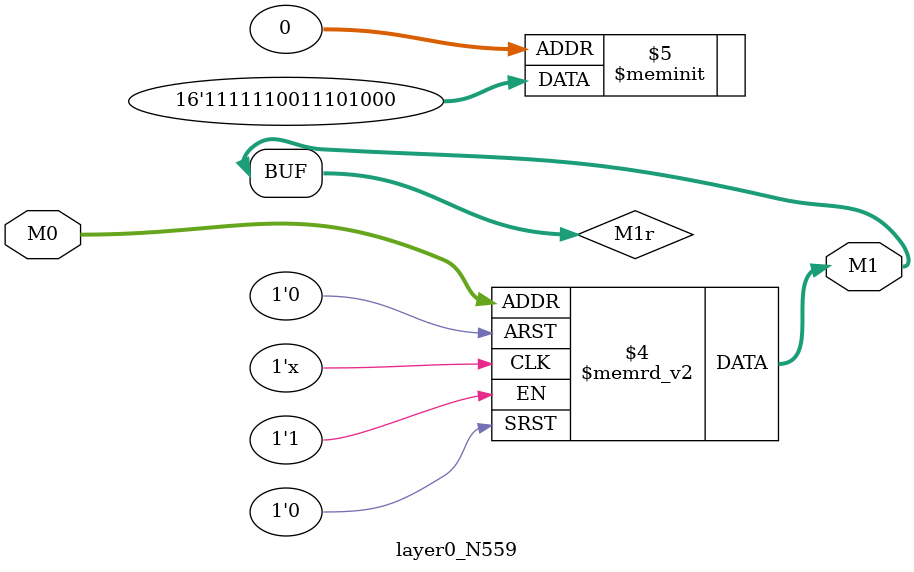
<source format=v>
module layer0_N559 ( input [2:0] M0, output [1:0] M1 );

	(*rom_style = "distributed" *) reg [1:0] M1r;
	assign M1 = M1r;
	always @ (M0) begin
		case (M0)
			3'b000: M1r = 2'b00;
			3'b100: M1r = 2'b00;
			3'b010: M1r = 2'b10;
			3'b110: M1r = 2'b11;
			3'b001: M1r = 2'b10;
			3'b101: M1r = 2'b11;
			3'b011: M1r = 2'b11;
			3'b111: M1r = 2'b11;

		endcase
	end
endmodule

</source>
